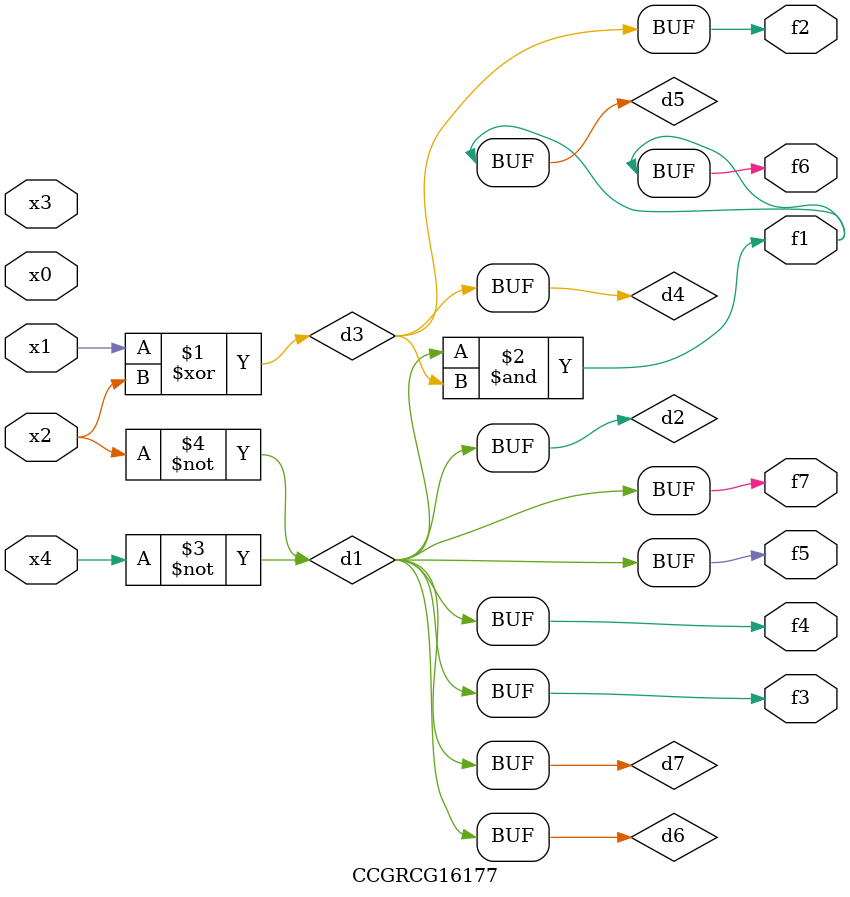
<source format=v>
module CCGRCG16177(
	input x0, x1, x2, x3, x4,
	output f1, f2, f3, f4, f5, f6, f7
);

	wire d1, d2, d3, d4, d5, d6, d7;

	not (d1, x4);
	not (d2, x2);
	xor (d3, x1, x2);
	buf (d4, d3);
	and (d5, d1, d3);
	buf (d6, d1, d2);
	buf (d7, d2);
	assign f1 = d5;
	assign f2 = d4;
	assign f3 = d7;
	assign f4 = d7;
	assign f5 = d7;
	assign f6 = d5;
	assign f7 = d7;
endmodule

</source>
